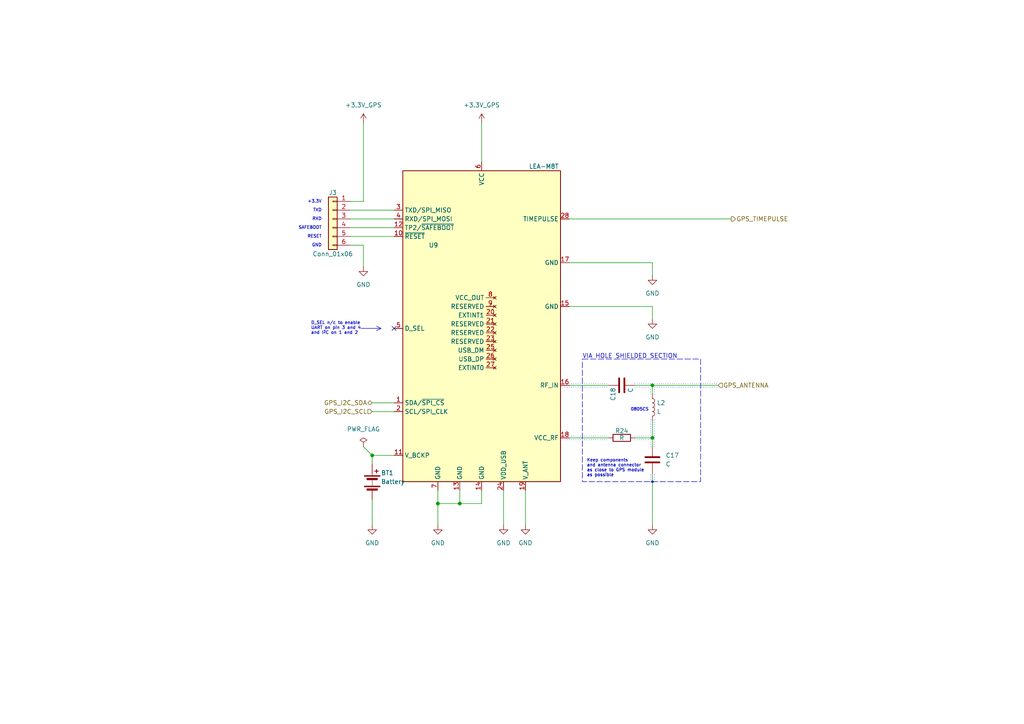
<source format=kicad_sch>
(kicad_sch (version 20231120) (generator "eeschema") (generator_version "8.0")
  (paper "A4")
  (title_block (title "Broadcast Clock") (date "2024-05-06") (rev "v1.0") (company "https://espenandersen.no") (comment 1 "GPS timing module"))
  (lib_symbols
    (symbol "Connector_Generic:Conn_01x06" (pin_names (offset 1.016) hide)
      (property "Reference" "J" (at 0 7.62 0))
      (property "Value" "Conn_01x06" (at 0 -10.16 0))
      (symbol "Conn_01x06_1_1"
        (rectangle (start -1.27 -7.493) (end 0 -7.747) (stroke (width 0.1524)))
        (rectangle (start -1.27 -4.953) (end 0 -5.207) (stroke (width 0.1524)))
        (rectangle (start -1.27 -2.413) (end 0 -2.667) (stroke (width 0.1524)))
        (rectangle (start -1.27 0.127) (end 0 -0.127) (stroke (width 0.1524)))
        (rectangle (start -1.27 2.667) (end 0 2.413) (stroke (width 0.1524)))
        (rectangle (start -1.27 5.207) (end 0 4.953) (stroke (width 0.1524)))
        (rectangle (start -1.27 6.35) (end 1.27 -8.89) (stroke (width 0.254)) (fill (type background)))
        (pin passive line (at -5.08 5.08 0) (length 3.81) (name "Pin_1") (number "1"))
        (pin passive line (at -5.08 2.54 0) (length 3.81) (name "Pin_2") (number "2"))
        (pin passive line (at -5.08 0 0) (length 3.81) (name "Pin_3") (number "3"))
        (pin passive line (at -5.08 -2.54 0) (length 3.81) (name "Pin_4") (number "4"))
        (pin passive line (at -5.08 -5.08 0) (length 3.81) (name "Pin_5") (number "5"))
        (pin passive line (at -5.08 -7.62 0) (length 3.81) (name "Pin_6") (number "6"))
      )
    )
    (symbol "Device:Battery" (pin_numbers hide) (pin_names (offset 0) hide)
      (property "Reference" "BT" (at 2.54 2.54 0))
      (property "Value" "Battery" (at 2.54 0 0))
      (symbol "Battery_0_1"
        (rectangle (start -2.286 -1.27) (end 2.286 -1.524) (fill (type outline)))
        (rectangle (start -2.286 1.778) (end 2.286 1.524) (fill (type outline)))
        (rectangle (start -1.524 -2.032) (end 1.524 -2.54) (fill (type outline)))
        (rectangle (start -1.524 1.016) (end 1.524 0.508) (fill (type outline)))
        (polyline (pts (xy 0 -1.016) (xy 0 -0.762)))
        (polyline (pts (xy 0 -0.508) (xy 0 -0.254)))
        (polyline (pts (xy 0 0) (xy 0 0.254)))
        (polyline (pts (xy 0 1.778) (xy 0 2.54)))
        (polyline (pts (xy 0.762 3.048) (xy 1.778 3.048)) (stroke (width 0.254)))
        (polyline (pts (xy 1.27 3.556) (xy 1.27 2.54)) (stroke (width 0.254)))
      )
      (symbol "Battery_1_1"
        (pin passive line (at 0 5.08 270) (length 2.54) (name "+") (number "1"))
        (pin passive line (at 0 -5.08 90) (length 2.54) (name "-") (number "2"))
      )
    )
    (symbol "Device:C" (pin_numbers hide) (pin_names (offset 0.254))
      (property "Reference" "C" (at 0.635 2.54 0))
      (property "Value" "C" (at 0.635 -2.54 0))
      (symbol "C_0_1"
        (polyline (pts (xy -2.032 -0.762) (xy 2.032 -0.762)) (stroke (width 0.508)))
        (polyline (pts (xy -2.032 0.762) (xy 2.032 0.762)) (stroke (width 0.508)))
      )
      (symbol "C_1_1"
        (pin passive line (at 0 3.81 270) (length 2.794) (name "~") (number "1"))
        (pin passive line (at 0 -3.81 90) (length 2.794) (name "~") (number "2"))
      )
    )
    (symbol "Device:L" (pin_numbers hide) (pin_names (offset 1.016) hide)
      (property "Reference" "L" (at -1.27 0 90))
      (property "Value" "L" (at 1.905 0 90))
      (symbol "L_0_1"
        (arc (start 0 -2.54) (mid 0.6323 -1.905) (end 0 -1.27))
        (arc (start 0 -1.27) (mid 0.6323 -0.635) (end 0 0))
        (arc (start 0 0) (mid 0.6323 0.635) (end 0 1.27))
        (arc (start 0 1.27) (mid 0.6323 1.905) (end 0 2.54))
      )
      (symbol "L_1_1"
        (pin passive line (at 0 3.81 270) (length 1.27) (name "1") (number "1"))
        (pin passive line (at 0 -3.81 90) (length 1.27) (name "2") (number "2"))
      )
    )
    (symbol "Device:R" (pin_numbers hide) (pin_names (offset 0))
      (property "Reference" "R" (at 2.032 0 90))
      (property "Value" "R" (at 0 0 90))
      (symbol "R_0_1"
        (rectangle (start -1.016 -2.54) (end 1.016 2.54) (stroke (width 0.254)))
      )
      (symbol "R_1_1"
        (pin passive line (at 0 3.81 270) (length 1.27) (name "~") (number "1"))
        (pin passive line (at 0 -3.81 90) (length 1.27) (name "~") (number "2"))
      )
    )
    (symbol "RF_GPS_espena:LEA-M8T"
      (property "Reference" "U" (at -13.97 24.13 0))
      (property "Value" "LEA-M8T" (at 18.034 46.99 0))
      (symbol "LEA-M8T_0_1"
        (rectangle (start -22.86 45.72) (end 22.86 -44.45) (stroke (width 0.254)) (fill (type background)))
      )
      (symbol "LEA-M8T_1_1"
        (pin bidirectional line (at -25.4 -21.59 0) (length 2.54) (name "SDA/~{SPI_CS}") (number "1"))
        (pin input line (at -25.4 26.67 0) (length 2.54) (name "~{RESET}") (number "10"))
        (pin power_in line (at -25.4 -36.83 0) (length 2.54) (name "V_BCKP") (number "11"))
        (pin bidirectional line (at -25.4 29.21 0) (length 2.54) (name "TP2/~{SAFEBOOT}") (number "12"))
        (pin passive line (at -6.35 -46.99 90) (length 2.54) (name "GND") (number "13"))
        (pin passive line (at 0 -46.99 90) (length 2.54) (name "GND") (number "14"))
        (pin passive line (at 25.4 6.35 180) (length 2.54) (name "GND") (number "15"))
        (pin input line (at 25.4 -16.51 180) (length 2.54) (name "RF_IN") (number "16"))
        (pin passive line (at 25.4 19.05 180) (length 2.54) (name "GND") (number "17"))
        (pin power_out line (at 25.4 -31.75 180) (length 2.54) (name "VCC_RF") (number "18"))
        (pin power_in line (at 12.7 -46.99 90) (length 2.54) (name "V_ANT") (number "19"))
        (pin input line (at -25.4 -24.13 0) (length 2.54) (name "SCL/SPI_CLK") (number "2"))
        (pin no_connect line (at 3.81 3.81 180) (length 2.54) (name "EXTINT1") (number "20"))
        (pin no_connect line (at 3.81 1.27 180) (length 2.54) (name "RESERVED") (number "21"))
        (pin no_connect line (at 3.81 -1.27 180) (length 2.54) (name "RESERVED") (number "22"))
        (pin no_connect line (at 3.81 -3.81 180) (length 2.54) (name "RESERVED") (number "23"))
        (pin power_in line (at 6.35 -46.99 90) (length 2.54) (name "VDD_USB") (number "24"))
        (pin no_connect line (at 3.81 -6.35 180) (length 2.54) (name "USB_DM") (number "25"))
        (pin no_connect line (at 3.81 -8.89 180) (length 2.54) (name "USB_DP") (number "26"))
        (pin no_connect line (at 3.81 -11.43 180) (length 2.54) (name "EXTINT0") (number "27"))
        (pin output line (at 25.4 31.75 180) (length 2.54) (name "TIMEPULSE") (number "28"))
        (pin output line (at -25.4 34.29 0) (length 2.54) (name "TXD/SPI_MISO") (number "3"))
        (pin input line (at -25.4 31.75 0) (length 2.54) (name "RXD/SPI_MOSI") (number "4"))
        (pin input line (at -25.4 0 0) (length 2.54) (name "D_SEL") (number "5"))
        (pin power_in line (at 0 48.26 270) (length 2.54) (name "VCC") (number "6"))
        (pin power_in line (at -12.7 -46.99 90) (length 2.54) (name "GND") (number "7"))
        (pin no_connect line (at 3.81 8.89 180) (length 2.54) (name "VCC_OUT") (number "8"))
        (pin no_connect line (at 3.81 6.35 180) (length 2.54) (name "RESERVED") (number "9"))
      )
    )
    (symbol "power:GND" (power) (pin_numbers hide) (pin_names (offset 0) hide)
      (property "Value" "GND" (at 0 -3.81 0))
      (symbol "GND_0_1"
        (polyline (pts (xy 0 0) (xy 0 -1.27) (xy 1.27 -1.27) (xy 0 -2.54) (xy -1.27 -1.27) (xy 0 -1.27)))
      )
      (symbol "GND_1_1"
        (pin power_in line (at 0 0 270) (length 0) (name "~") (number "1"))
      )
    )
    (symbol "power:PWR_FLAG" (power) (pin_numbers hide) (pin_names (offset 0) hide)
      (property "Value" "PWR_FLAG" (at 0 3.81 0))
      (symbol "PWR_FLAG_0_0"
        (pin power_out line (at 0 0 90) (length 0) (name "~") (number "1"))
      )
      (symbol "PWR_FLAG_0_1"
        (polyline (pts (xy 0 0) (xy 0 1.27) (xy -1.016 1.905) (xy 0 2.54) (xy 1.016 1.905) (xy 0 1.27)))
      )
    )
    (symbol "power_espena:+3.3V_GPS" (power) (pin_names (offset 0))
      (property "Value" "+3.3V_GPS" (at 0 3.556 0))
      (symbol "+3.3V_GPS_0_1"
        (polyline (pts (xy -0.762 1.27) (xy 0 2.54)))
        (polyline (pts (xy 0 0) (xy 0 2.54)))
        (polyline (pts (xy 0 2.54) (xy 0.762 1.27)))
      )
      (symbol "+3.3V_GPS_1_1"
        (pin power_out line (at 0 0 90) (length 0) hide (name "+3.3V_GPS") (number "1"))
      )
    )
  )
  (junction (at 107.95 132.08))
  (junction (at 133.35 146.05))
  (junction (at 189.23 111.76))
  (junction (at 127 146.05))
  (junction (at 189.23 127))
  (no_connect (at 114.3 95.25))
  (wire (pts (xy 101.6 63.5) (xy 114.3 63.5)))
  (wire (pts (xy 165.1 63.5) (xy 212.09 63.5)))
  (polyline (pts (xy 109.22 95.885) (xy 110.49 95.25)))
  (polyline (pts (xy 109.22 94.615) (xy 110.49 95.25)))
  (wire (pts (xy 107.95 132.08) (xy 114.3 132.08)))
  (polyline (pts (xy 163.83 112.268) (xy 176.53 112.268)) (stroke (width 0) (type dot)))
  (wire (pts (xy 139.7 142.24) (xy 139.7 146.05)))
  (wire (pts (xy 165.1 76.2) (xy 189.23 76.2)))
  (wire (pts (xy 189.23 88.9) (xy 189.23 92.71)))
  (wire (pts (xy 189.23 76.2) (xy 189.23 80.01)))
  (wire (pts (xy 101.6 66.04) (xy 114.3 66.04)))
  (wire (pts (xy 105.41 71.12) (xy 105.41 77.47)))
  (wire (pts (xy 133.35 146.05) (xy 139.7 146.05)))
  (wire (pts (xy 101.6 60.96) (xy 114.3 60.96)))
  (polyline (pts (xy 163.83 111.252) (xy 176.53 111.252)) (stroke (width 0) (type dot)))
  (polyline (pts (xy 189.992 112.268) (xy 208.28 112.268)) (stroke (width 0) (type dot)))
  (polyline (pts (xy 189.738 139.7) (xy 189.738 137.16)) (stroke (width 0) (type dot)))
  (polyline (pts (xy 188.722 126.238) (xy 188.722 121.666)) (stroke (width 0) (type dot)))
  (wire (pts (xy 165.1 127) (xy 176.53 127)))
  (polyline (pts (xy 188.722 139.7) (xy 188.722 137.16)) (stroke (width 0) (type dot)))
  (polyline (pts (xy 163.83 126.492) (xy 176.53 126.492)) (stroke (width 0) (type dot)))
  (wire (pts (xy 105.41 129.54) (xy 107.95 132.08)))
  (wire (pts (xy 105.41 35.56) (xy 105.41 58.42)))
  (wire (pts (xy 107.95 119.38) (xy 114.3 119.38)))
  (wire (pts (xy 189.23 121.92) (xy 189.23 127)))
  (polyline (pts (xy 184.15 127.508) (xy 188.468 127.508)) (stroke (width 0) (type dot)))
  (polyline (pts (xy 188.722 129.54) (xy 188.722 127.508)) (stroke (width 0) (type dot)))
  (wire (pts (xy 139.7 35.56) (xy 139.7 46.99)))
  (polyline (pts (xy 184.15 126.492) (xy 188.468 126.492)) (stroke (width 0) (type dot)))
  (wire (pts (xy 189.23 127) (xy 189.23 129.54)))
  (wire (pts (xy 107.95 144.78) (xy 107.95 152.4)))
  (polyline (pts (xy 189.738 114.3) (xy 189.738 112.776)) (stroke (width 0) (type dot)))
  (polyline (pts (xy 104.775 95.25) (xy 110.49 95.25)))
  (wire (pts (xy 189.23 137.16) (xy 189.23 152.4)))
  (wire (pts (xy 127 146.05) (xy 127 152.4)))
  (wire (pts (xy 165.1 88.9) (xy 189.23 88.9)))
  (wire (pts (xy 101.6 71.12) (xy 105.41 71.12)))
  (wire (pts (xy 101.6 68.58) (xy 114.3 68.58)))
  (wire (pts (xy 189.23 111.76) (xy 208.28 111.76)))
  (polyline (pts (xy 184.15 111.252) (xy 208.28 111.252)) (stroke (width 0) (type dot)))
  (wire (pts (xy 189.23 111.76) (xy 189.23 114.3)))
  (wire (pts (xy 165.1 111.76) (xy 176.53 111.76)))
  (wire (pts (xy 184.15 127) (xy 189.23 127)))
  (polyline (pts (xy 184.15 112.268) (xy 188.468 112.268)) (stroke (width 0) (type dot)))
  (wire (pts (xy 133.35 142.24) (xy 133.35 146.05)))
  (wire (pts (xy 152.4 142.24) (xy 152.4 152.4)))
  (wire (pts (xy 184.15 111.76) (xy 189.23 111.76)))
  (wire (pts (xy 107.95 116.84) (xy 114.3 116.84)))
  (polyline (pts (xy 163.83 127.508) (xy 176.53 127.508)) (stroke (width 0) (type dot)))
  (wire (pts (xy 107.95 132.08) (xy 107.95 134.62)))
  (polyline (pts (xy 189.738 129.54) (xy 189.738 121.666)) (stroke (width 0) (type dot)))
  (polyline (pts (xy 188.722 114.3) (xy 188.722 112.776)) (stroke (width 0) (type dot)))
  (wire (pts (xy 146.05 142.24) (xy 146.05 152.4)))
  (wire (pts (xy 101.6 58.42) (xy 105.41 58.42)))
  (wire (pts (xy 127 142.24) (xy 127 146.05)))
  (wire (pts (xy 127 146.05) (xy 133.35 146.05)))
  (circle (center 189.23 139.7) (radius 0.3592) (stroke (width -0.0001)) (fill (type color) (color 0 0 132 1)))
  (rectangle (start 168.91 104.14) (end 203.2 139.7) (stroke (width 0) (type dash)))
  (text "SAFEBOOT" (at 93.345 66.675 0) (effects (font (size 0.889 0.889)) (justify right bottom)))
  (text "0805CS" (at 182.88 119.38 0) (effects (font (size 0.889 0.889)) (justify left bottom)))
  (text "Keep components\nand antenna connector\nas close to GPS module\nas possible" (at 170.18 138.43 0) (effects (font (size 0.889 0.889)) (justify left bottom)))
  (text "D_SEL n/c to enable\nUART on pin 3 and 4\nand I^{2}C on 1 and 2" (at 90.17 97.155 0) (effects (font (size 0.889 0.889)) (justify left bottom)))
  (text "RESET" (at 93.345 69.215 0) (effects (font (size 0.889 0.889)) (justify right bottom)))
  (text "VIA HOLE SHIELDED SECTION" (at 168.91 104.14 0) (effects (font (size 1.27 1.27)) (justify left bottom)))
  (text "RXD" (at 93.345 64.135 0) (effects (font (size 0.889 0.889)) (justify right bottom)))
  (text "GND" (at 93.345 71.755 0) (effects (font (size 0.889 0.889)) (justify right bottom)))
  (text "TXD" (at 93.345 61.595 0) (effects (font (size 0.889 0.889)) (justify right bottom)))
  (text "+3.3V" (at 93.345 59.055 0) (effects (font (size 0.889 0.889)) (justify right bottom)))
  (hierarchical_label "GPS_TIMEPULSE" (shape output) (at 212.09 63.5 0))
  (hierarchical_label "GPS_I2C_SCL" (shape input) (at 107.95 119.38 180))
  (hierarchical_label "GPS_ANTENNA" (shape input) (at 208.28 111.76 0))
  (hierarchical_label "GPS_I2C_SDA" (shape bidirectional) (at 107.95 116.84 180))
  (symbol (lib_id "power:GND") (at 127 152.4 0) (unit 1)
    (property "Reference" "#PWR049" (effects (hide yes)))
    (property "Value" "GND" (at 127 157.48 0))
    (property "Description" "Power symbol creates a global label with name \"GND\" , ground" (effects (hide yes)))
  )
  (symbol (lib_id "power:GND") (at 105.41 77.47 0) (unit 1)
    (property "Reference" "#PWR059" (effects (hide yes)))
    (property "Value" "GND" (at 105.41 82.55 0))
    (property "Description" "Power symbol creates a global label with name \"GND\" , ground" (effects (hide yes)))
  )
  (symbol (lib_id "Connector_Generic:Conn_01x06") (at 96.52 63.5 0) (mirror y) (unit 1)
    (property "Reference" "J3" (at 96.52 55.88 0))
    (property "Value" "Conn_01x06" (at 96.52 73.66 0))
    (property "Description" "Generic connector, single row, 01x06, script generated (kicad-library-utils/schlib/autogen/connector/)" (effects (hide yes)))
  )
  (symbol (lib_id "power_espena:+3.3V_GPS") (at 139.7 35.56 0) (unit 1)
    (property "Reference" "#PWR_GPS01" (effects (hide yes)))
    (property "Value" "+3.3V_GPS" (at 139.7 30.48 0))
    (property "Description" "Power symbol creates a global label with name \"+3.3V\"" (effects (hide yes)))
  )
  (symbol (lib_id "power:PWR_FLAG") (at 105.41 129.54 0) (unit 1)
    (property "Reference" "#FLG04" (effects (hide yes)))
    (property "Value" "PWR_FLAG" (at 105.41 124.46 0))
    (property "Description" "Special symbol for telling ERC where power comes from" (effects (hide yes)))
  )
  (symbol (lib_id "Device:C") (at 189.23 133.35 0) (unit 1)
    (property "Reference" "C17" (at 193.04 132.0799 0) (effects (justify left)))
    (property "Value" "C" (at 193.04 134.6199 0) (effects (justify left)))
    (property "Description" "Unpolarized capacitor" (effects (hide yes)))
  )
  (symbol (lib_id "power:GND") (at 146.05 152.4 0) (unit 1)
    (property "Reference" "#PWR051" (effects (hide yes)))
    (property "Value" "GND" (at 146.05 157.48 0))
    (property "Description" "Power symbol creates a global label with name \"GND\" , ground" (effects (hide yes)))
  )
  (symbol (lib_id "Device:C") (at 180.34 111.76 90) (mirror x) (unit 1)
    (property "Reference" "C18" (at 177.8 112.395 0) (effects (justify left)))
    (property "Value" "C" (at 182.88 112.395 0) (effects (justify left)))
    (property "Description" "Unpolarized capacitor" (effects (hide yes)))
  )
  (symbol (lib_id "Device:L") (at 189.23 118.11 0) (unit 1)
    (property "Reference" "L2" (at 190.5 116.8399 0) (effects (justify left)))
    (property "Value" "L" (at 190.5 119.3799 0) (effects (justify left)))
    (property "Description" "Inductor" (effects (hide yes)))
  )
  (symbol (lib_id "power:GND") (at 189.23 152.4 0) (unit 1)
    (property "Reference" "#PWR052" (effects (hide yes)))
    (property "Value" "GND" (at 189.23 157.48 0))
    (property "Description" "Power symbol creates a global label with name \"GND\" , ground" (effects (hide yes)))
  )
  (symbol (lib_id "Device:R") (at 180.34 127 90) (unit 1)
    (property "Reference" "R24" (at 180.34 124.968 90))
    (property "Value" "R" (at 180.34 127 90))
    (property "Description" "Resistor" (effects (hide yes)))
  )
  (symbol (lib_id "RF_GPS_espena:LEA-M8T") (at 139.7 95.25 0) (unit 1)
    (property "Reference" "U9" (at 125.73 71.12 0))
    (property "Value" "LEA-M8T" (at 157.734 48.26 0))
    (property "Footprint" "RF_GPS:ublox_LEA" (effects (hide yes)))
    (property "Datasheet" "https://content.u-blox.com/sites/default/files/documents/NEO-LEA-M8T-FW3_DataSheet_UBX-15025193.pdf" (effects (hide yes)))
    (property "Description" "GNSS Module LEA M8, VCC 2.7V to 3.6V" (effects (hide yes)))
  )
  (symbol (lib_id "power:GND") (at 152.4 152.4 0) (unit 1)
    (property "Reference" "#PWR053" (effects (hide yes)))
    (property "Value" "GND" (at 152.4 157.48 0))
    (property "Description" "Power symbol creates a global label with name \"GND\" , ground" (effects (hide yes)))
  )
  (symbol (lib_id "power_espena:+3.3V_GPS") (at 105.41 35.56 0) (unit 1)
    (property "Reference" "#PWR_GPS02" (effects (hide yes)))
    (property "Value" "+3.3V_GPS" (at 105.41 30.48 0))
    (property "Description" "Power symbol creates a global label with name \"+3.3V\"" (effects (hide yes)))
  )
  (symbol (lib_id "Device:Battery") (at 107.95 139.7 0) (unit 1)
    (property "Reference" "BT1" (at 110.49 137.16 0) (effects (justify left)))
    (property "Value" "Battery" (at 110.49 139.7 0) (effects (justify left)))
    (property "Description" "Multiple-cell battery" (effects (hide yes)))
  )
  (symbol (lib_id "power:GND") (at 189.23 80.01 0) (unit 1)
    (property "Reference" "#PWR055" (effects (hide yes)))
    (property "Value" "GND" (at 189.23 85.09 0))
    (property "Description" "Power symbol creates a global label with name \"GND\" , ground" (effects (hide yes)))
  )
  (symbol (lib_id "power:GND") (at 189.23 92.71 0) (unit 1)
    (property "Reference" "#PWR054" (effects (hide yes)))
    (property "Value" "GND" (at 189.23 97.79 0))
    (property "Description" "Power symbol creates a global label with name \"GND\" , ground" (effects (hide yes)))
  )
  (symbol (lib_id "power:GND") (at 107.95 152.4 0) (unit 1)
    (property "Reference" "#PWR056" (effects (hide yes)))
    (property "Value" "GND" (at 107.95 157.48 0))
    (property "Description" "Power symbol creates a global label with name \"GND\" , ground" (effects (hide yes)))
  )
)
</source>
